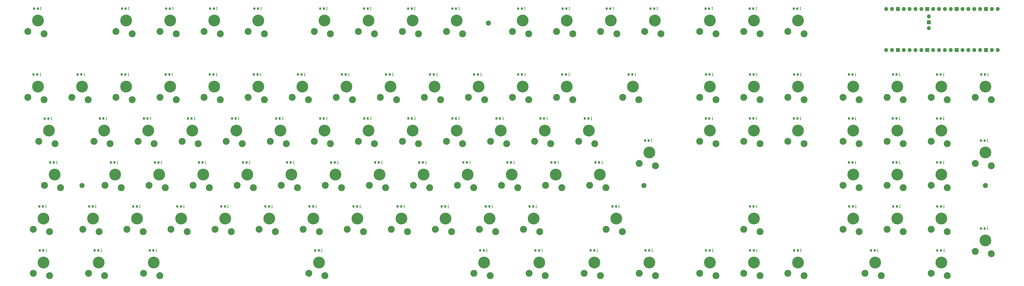
<source format=gbr>
%TF.GenerationSoftware,KiCad,Pcbnew,8.0.8*%
%TF.CreationDate,2025-04-08T21:15:21+02:00*%
%TF.ProjectId,TP-Board-iso105,54502d42-6f61-4726-942d-69736f313035,rev?*%
%TF.SameCoordinates,Original*%
%TF.FileFunction,Soldermask,Top*%
%TF.FilePolarity,Negative*%
%FSLAX46Y46*%
G04 Gerber Fmt 4.6, Leading zero omitted, Abs format (unit mm)*
G04 Created by KiCad (PCBNEW 8.0.8) date 2025-04-08 21:15:21*
%MOMM*%
%LPD*%
G01*
G04 APERTURE LIST*
G04 Aperture macros list*
%AMRoundRect*
0 Rectangle with rounded corners*
0 $1 Rounding radius*
0 $2 $3 $4 $5 $6 $7 $8 $9 X,Y pos of 4 corners*
0 Add a 4 corners polygon primitive as box body*
4,1,4,$2,$3,$4,$5,$6,$7,$8,$9,$2,$3,0*
0 Add four circle primitives for the rounded corners*
1,1,$1+$1,$2,$3*
1,1,$1+$1,$4,$5*
1,1,$1+$1,$6,$7*
1,1,$1+$1,$8,$9*
0 Add four rect primitives between the rounded corners*
20,1,$1+$1,$2,$3,$4,$5,0*
20,1,$1+$1,$4,$5,$6,$7,0*
20,1,$1+$1,$6,$7,$8,$9,0*
20,1,$1+$1,$8,$9,$2,$3,0*%
G04 Aperture macros list end*
%ADD10RoundRect,0.218750X-0.218750X-0.256250X0.218750X-0.256250X0.218750X0.256250X-0.218750X0.256250X0*%
%ADD11C,3.000000*%
%ADD12C,5.100000*%
%ADD13RoundRect,0.100000X0.100000X-0.217500X0.100000X0.217500X-0.100000X0.217500X-0.100000X-0.217500X0*%
%ADD14C,2.200000*%
%ADD15O,1.700000X1.700000*%
%ADD16R,1.700000X1.700000*%
G04 APERTURE END LIST*
D10*
%TO.C,LED87*%
X286412500Y-118650000D03*
X287987500Y-118650000D03*
%TD*%
D11*
%TO.C,SW26*%
X205150000Y-71375000D03*
D12*
X209550000Y-66675000D03*
D11*
X212150000Y-72425000D03*
%TD*%
D13*
%TO.C,R66*%
X186750000Y-100007500D03*
X186750000Y-99192500D03*
%TD*%
D10*
%TO.C,LED93*%
X38812500Y-137700000D03*
X40387500Y-137700000D03*
%TD*%
D13*
%TO.C,R48*%
X239162500Y-80957500D03*
X239162500Y-80142500D03*
%TD*%
D10*
%TO.C,LED19*%
X74275000Y-61500000D03*
X75850000Y-61500000D03*
%TD*%
D13*
%TO.C,R56*%
X429650000Y-80957500D03*
X429650000Y-80142500D03*
%TD*%
%TO.C,R58*%
X448650000Y-90507500D03*
X448650000Y-89692500D03*
%TD*%
D10*
%TO.C,LED10*%
X245712500Y-32900000D03*
X247287500Y-32900000D03*
%TD*%
D13*
%TO.C,R54*%
X391600000Y-80957500D03*
X391600000Y-80142500D03*
%TD*%
%TO.C,R97*%
X232162500Y-138107500D03*
X232162500Y-137292500D03*
%TD*%
%TO.C,R89*%
X391662500Y-119057500D03*
X391662500Y-118242500D03*
%TD*%
D11*
%TO.C,SW71*%
X276587500Y-109475000D03*
D12*
X280987500Y-104775000D03*
D11*
X283587500Y-110525000D03*
%TD*%
D13*
%TO.C,R91*%
X429762500Y-119057500D03*
X429762500Y-118242500D03*
%TD*%
D10*
%TO.C,LED103*%
X365012500Y-137700000D03*
X366587500Y-137700000D03*
%TD*%
D11*
%TO.C,SW67*%
X200387500Y-109475000D03*
D12*
X204787500Y-104775000D03*
D11*
X207387500Y-110525000D03*
%TD*%
D13*
%TO.C,R7*%
X181962500Y-33307500D03*
X181962500Y-32492500D03*
%TD*%
%TO.C,R82*%
X177400000Y-119057500D03*
X177400000Y-118242500D03*
%TD*%
D10*
%TO.C,LED24*%
X169525000Y-61500000D03*
X171100000Y-61500000D03*
%TD*%
%TO.C,LED32*%
X345912500Y-61500000D03*
X347487500Y-61500000D03*
%TD*%
D11*
%TO.C,SW42*%
X119425000Y-90425000D03*
D12*
X123825000Y-85725000D03*
D11*
X126425000Y-91475000D03*
%TD*%
D10*
%TO.C,LED66*%
X183862500Y-99600000D03*
X185437500Y-99600000D03*
%TD*%
D11*
%TO.C,SW66*%
X181337500Y-109475000D03*
D12*
X185737500Y-104775000D03*
D11*
X188337500Y-110525000D03*
%TD*%
D13*
%TO.C,R68*%
X224850000Y-100007500D03*
X224850000Y-99192500D03*
%TD*%
%TO.C,R50*%
X277387500Y-80957500D03*
X277387500Y-80142500D03*
%TD*%
D11*
%TO.C,SW21*%
X109900000Y-71375000D03*
D12*
X114300000Y-66675000D03*
D11*
X116900000Y-72425000D03*
%TD*%
D10*
%TO.C,LED59*%
X43312500Y-99600000D03*
X44887500Y-99600000D03*
%TD*%
D13*
%TO.C,R38*%
X43850000Y-81007500D03*
X43850000Y-80192500D03*
%TD*%
%TO.C,R39*%
X67712500Y-80957500D03*
X67712500Y-80142500D03*
%TD*%
%TO.C,R1*%
X39275000Y-33307500D03*
X39275000Y-32492500D03*
%TD*%
D11*
%TO.C,SW16*%
X362312500Y-42800000D03*
D12*
X366712500Y-38100000D03*
D11*
X369312500Y-43850000D03*
%TD*%
D13*
%TO.C,R10*%
X248600000Y-33307500D03*
X248600000Y-32492500D03*
%TD*%
D10*
%TO.C,LED56*%
X426762500Y-80550000D03*
X428337500Y-80550000D03*
%TD*%
D13*
%TO.C,R64*%
X148650000Y-100007500D03*
X148650000Y-99192500D03*
%TD*%
D10*
%TO.C,LED82*%
X174512500Y-118650000D03*
X176087500Y-118650000D03*
%TD*%
D11*
%TO.C,SW76*%
X57512500Y-128525000D03*
D12*
X61912500Y-123825000D03*
D11*
X64512500Y-129575000D03*
%TD*%
D10*
%TO.C,LED45*%
X179125000Y-80550000D03*
X180700000Y-80550000D03*
%TD*%
%TO.C,LED8*%
X198112500Y-32900000D03*
X199687500Y-32900000D03*
%TD*%
D13*
%TO.C,R19*%
X77162500Y-61907500D03*
X77162500Y-61092500D03*
%TD*%
D11*
%TO.C,SW58*%
X443275000Y-99950000D03*
D12*
X447675000Y-95250000D03*
D11*
X450275000Y-101000000D03*
%TD*%
D13*
%TO.C,R70*%
X262950000Y-100007500D03*
X262950000Y-99192500D03*
%TD*%
D11*
%TO.C,SW88*%
X343262500Y-128525000D03*
D12*
X347662500Y-123825000D03*
D11*
X350262500Y-129575000D03*
%TD*%
D10*
%TO.C,LED76*%
X60162500Y-118650000D03*
X61737500Y-118650000D03*
%TD*%
D13*
%TO.C,R100*%
X303600000Y-138107500D03*
X303600000Y-137292500D03*
%TD*%
D11*
%TO.C,SW50*%
X271825000Y-90425000D03*
D12*
X276225000Y-85725000D03*
D11*
X278825000Y-91475000D03*
%TD*%
%TO.C,SW87*%
X283731250Y-128525000D03*
D12*
X288131250Y-123825000D03*
D11*
X290731250Y-129575000D03*
%TD*%
D13*
%TO.C,R76*%
X63050000Y-119057500D03*
X63050000Y-118242500D03*
%TD*%
%TO.C,R29*%
X267662500Y-61907500D03*
X267662500Y-61092500D03*
%TD*%
D11*
%TO.C,SW57*%
X424225000Y-90425000D03*
D12*
X428625000Y-85725000D03*
D11*
X431225000Y-91475000D03*
%TD*%
D10*
%TO.C,LED72*%
X388662500Y-99600000D03*
X390237500Y-99600000D03*
%TD*%
%TO.C,LED41*%
X102925000Y-80550000D03*
X104500000Y-80550000D03*
%TD*%
D11*
%TO.C,SW34*%
X386125000Y-71375000D03*
D12*
X390525000Y-66675000D03*
D11*
X393125000Y-72425000D03*
%TD*%
D10*
%TO.C,LED73*%
X407712500Y-99600000D03*
X409287500Y-99600000D03*
%TD*%
D11*
%TO.C,SW14*%
X324212500Y-42800000D03*
D12*
X328612500Y-38100000D03*
D11*
X331212500Y-43850000D03*
%TD*%
D10*
%TO.C,LED102*%
X345962500Y-137700000D03*
X347537500Y-137700000D03*
%TD*%
D13*
%TO.C,R27*%
X229562500Y-61907500D03*
X229562500Y-61092500D03*
%TD*%
D10*
%TO.C,LED53*%
X364862500Y-80550000D03*
X366437500Y-80550000D03*
%TD*%
D13*
%TO.C,R40*%
X86762500Y-80957500D03*
X86762500Y-80142500D03*
%TD*%
%TO.C,R81*%
X158350000Y-119057500D03*
X158350000Y-118242500D03*
%TD*%
%TO.C,R96*%
X160800000Y-138107500D03*
X160800000Y-137292500D03*
%TD*%
D10*
%TO.C,LED70*%
X260062500Y-99600000D03*
X261637500Y-99600000D03*
%TD*%
%TO.C,LED36*%
X426775000Y-61500000D03*
X428350000Y-61500000D03*
%TD*%
D13*
%TO.C,R80*%
X139300000Y-119057500D03*
X139300000Y-118242500D03*
%TD*%
D11*
%TO.C,SW22*%
X128950000Y-71375000D03*
D12*
X133350000Y-66675000D03*
D11*
X135950000Y-72425000D03*
%TD*%
D10*
%TO.C,LED25*%
X188575000Y-61500000D03*
X190150000Y-61500000D03*
%TD*%
%TO.C,LED9*%
X217212500Y-32900000D03*
X218787500Y-32900000D03*
%TD*%
%TO.C,LED79*%
X117362500Y-118650000D03*
X118937500Y-118650000D03*
%TD*%
D13*
%TO.C,R88*%
X348800000Y-119057500D03*
X348800000Y-118242500D03*
%TD*%
D11*
%TO.C,SW11*%
X262300000Y-42800000D03*
D12*
X266700000Y-38100000D03*
D11*
X269300000Y-43850000D03*
%TD*%
D13*
%TO.C,R42*%
X124862500Y-80957500D03*
X124862500Y-80142500D03*
%TD*%
D10*
%TO.C,LED104*%
X398275000Y-137700000D03*
X399850000Y-137700000D03*
%TD*%
D11*
%TO.C,SW12*%
X281350000Y-42800000D03*
D12*
X285750000Y-38100000D03*
D11*
X288350000Y-43850000D03*
%TD*%
D13*
%TO.C,R23*%
X153362500Y-61907500D03*
X153362500Y-61092500D03*
%TD*%
%TO.C,R65*%
X167700000Y-100007500D03*
X167700000Y-99192500D03*
%TD*%
D10*
%TO.C,LED85*%
X231662500Y-118650000D03*
X233237500Y-118650000D03*
%TD*%
D13*
%TO.C,R15*%
X348612500Y-33307500D03*
X348612500Y-32492500D03*
%TD*%
D11*
%TO.C,SW94*%
X59893750Y-147575000D03*
D12*
X64293750Y-142875000D03*
D11*
X66893750Y-148625000D03*
%TD*%
D13*
%TO.C,R102*%
X348850000Y-138107500D03*
X348850000Y-137292500D03*
%TD*%
%TO.C,R47*%
X220112500Y-80957500D03*
X220112500Y-80142500D03*
%TD*%
D11*
%TO.C,SW55*%
X386125000Y-90425000D03*
D12*
X390525000Y-85725000D03*
D11*
X393125000Y-91475000D03*
%TD*%
%TO.C,SW83*%
X190862500Y-128525000D03*
D12*
X195262500Y-123825000D03*
D11*
X197862500Y-129575000D03*
%TD*%
%TO.C,SW5*%
X128950000Y-42800000D03*
D12*
X133350000Y-38100000D03*
D11*
X135950000Y-43850000D03*
%TD*%
D10*
%TO.C,LED95*%
X86412500Y-137700000D03*
X87987500Y-137700000D03*
%TD*%
D13*
%TO.C,R59*%
X46200000Y-100007500D03*
X46200000Y-99192500D03*
%TD*%
D10*
%TO.C,LED6*%
X160112500Y-32900000D03*
X161687500Y-32900000D03*
%TD*%
D11*
%TO.C,SW73*%
X405175000Y-109475000D03*
D12*
X409575000Y-104775000D03*
D11*
X412175000Y-110525000D03*
%TD*%
D10*
%TO.C,LED7*%
X179075000Y-32900000D03*
X180650000Y-32900000D03*
%TD*%
D11*
%TO.C,SW8*%
X195625000Y-42800000D03*
D12*
X200025000Y-38100000D03*
D11*
X202625000Y-43850000D03*
%TD*%
D13*
%TO.C,R98*%
X256050000Y-138107500D03*
X256050000Y-137292500D03*
%TD*%
D11*
%TO.C,SW86*%
X248012500Y-128525000D03*
D12*
X252412500Y-123825000D03*
D11*
X255012500Y-129575000D03*
%TD*%
%TO.C,SW45*%
X176575000Y-90425000D03*
D12*
X180975000Y-85725000D03*
D11*
X183575000Y-91475000D03*
%TD*%
D10*
%TO.C,LED26*%
X207625000Y-61500000D03*
X209200000Y-61500000D03*
%TD*%
D13*
%TO.C,R17*%
X39062500Y-61907500D03*
X39062500Y-61092500D03*
%TD*%
%TO.C,R24*%
X172412500Y-61907500D03*
X172412500Y-61092500D03*
%TD*%
%TO.C,R3*%
X96412500Y-33307500D03*
X96412500Y-32492500D03*
%TD*%
%TO.C,R8*%
X201000000Y-33307500D03*
X201000000Y-32492500D03*
%TD*%
%TO.C,R79*%
X120250000Y-119057500D03*
X120250000Y-118242500D03*
%TD*%
D11*
%TO.C,SW91*%
X424225000Y-128525000D03*
D12*
X428625000Y-123825000D03*
D11*
X431225000Y-129575000D03*
%TD*%
%TO.C,SW90*%
X405175000Y-128525000D03*
D12*
X409575000Y-123825000D03*
D11*
X412175000Y-129575000D03*
%TD*%
%TO.C,SW92*%
X443275000Y-138050000D03*
D12*
X447675000Y-133350000D03*
D11*
X450275000Y-139100000D03*
%TD*%
D13*
%TO.C,R101*%
X329800000Y-138107500D03*
X329800000Y-137292500D03*
%TD*%
D11*
%TO.C,SW98*%
X250393750Y-147575000D03*
D12*
X254793750Y-142875000D03*
D11*
X257393750Y-148625000D03*
%TD*%
D13*
%TO.C,R11*%
X267800000Y-33307500D03*
X267800000Y-32492500D03*
%TD*%
%TO.C,R37*%
X448800000Y-61907500D03*
X448800000Y-61092500D03*
%TD*%
D10*
%TO.C,LED37*%
X445912500Y-61500000D03*
X447487500Y-61500000D03*
%TD*%
D14*
%TO.C,H2*%
X300037500Y-109537500D03*
%TD*%
D11*
%TO.C,SW37*%
X443275000Y-71375000D03*
D12*
X447675000Y-66675000D03*
D11*
X450275000Y-72425000D03*
%TD*%
D13*
%TO.C,R31*%
X329750000Y-61907500D03*
X329750000Y-61092500D03*
%TD*%
D11*
%TO.C,SW62*%
X105137500Y-109475000D03*
D12*
X109537500Y-104775000D03*
D11*
X112137500Y-110525000D03*
%TD*%
D10*
%TO.C,LED27*%
X226675000Y-61500000D03*
X228250000Y-61500000D03*
%TD*%
D11*
%TO.C,SW7*%
X176575000Y-42800000D03*
D12*
X180975000Y-38100000D03*
D11*
X183575000Y-43850000D03*
%TD*%
D10*
%TO.C,LED88*%
X345912500Y-118650000D03*
X347487500Y-118650000D03*
%TD*%
D13*
%TO.C,R51*%
X329650000Y-80957500D03*
X329650000Y-80142500D03*
%TD*%
D10*
%TO.C,LED3*%
X93525000Y-32900000D03*
X95100000Y-32900000D03*
%TD*%
D11*
%TO.C,SW3*%
X90850000Y-42800000D03*
D12*
X95250000Y-38100000D03*
D11*
X97850000Y-43850000D03*
%TD*%
D13*
%TO.C,R71*%
X282000000Y-100007500D03*
X282000000Y-99192500D03*
%TD*%
D10*
%TO.C,LED58*%
X445762500Y-90100000D03*
X447337500Y-90100000D03*
%TD*%
D11*
%TO.C,SW65*%
X162287500Y-109475000D03*
D12*
X166687500Y-104775000D03*
D11*
X169287500Y-110525000D03*
%TD*%
%TO.C,SW46*%
X195625000Y-90425000D03*
D12*
X200025000Y-85725000D03*
D11*
X202625000Y-91475000D03*
%TD*%
%TO.C,SW49*%
X252775000Y-90425000D03*
D12*
X257175000Y-85725000D03*
D11*
X259775000Y-91475000D03*
%TD*%
%TO.C,SW33*%
X362312500Y-71375000D03*
D12*
X366712500Y-66675000D03*
D11*
X369312500Y-72425000D03*
%TD*%
D10*
%TO.C,LED17*%
X36175000Y-61500000D03*
X37750000Y-61500000D03*
%TD*%
D13*
%TO.C,R45*%
X182012500Y-80957500D03*
X182012500Y-80142500D03*
%TD*%
%TO.C,R83*%
X196450000Y-119057500D03*
X196450000Y-118242500D03*
%TD*%
D10*
%TO.C,LED21*%
X112375000Y-61500000D03*
X113950000Y-61500000D03*
%TD*%
D11*
%TO.C,SW103*%
X362312500Y-147575000D03*
D12*
X366712500Y-142875000D03*
D11*
X369312500Y-148625000D03*
%TD*%
D10*
%TO.C,LED90*%
X407825000Y-118650000D03*
X409400000Y-118650000D03*
%TD*%
%TO.C,LED38*%
X40962500Y-80600000D03*
X42537500Y-80600000D03*
%TD*%
D13*
%TO.C,R5*%
X134512500Y-33307500D03*
X134512500Y-32492500D03*
%TD*%
D10*
%TO.C,LED81*%
X155462500Y-118650000D03*
X157037500Y-118650000D03*
%TD*%
D13*
%TO.C,R87*%
X289300000Y-119057500D03*
X289300000Y-118242500D03*
%TD*%
D11*
%TO.C,SW63*%
X124187500Y-109475000D03*
D12*
X128587500Y-104775000D03*
D11*
X131187500Y-110525000D03*
%TD*%
D13*
%TO.C,R86*%
X253500000Y-119057500D03*
X253500000Y-118242500D03*
%TD*%
D11*
%TO.C,SW43*%
X138475000Y-90425000D03*
D12*
X142875000Y-85725000D03*
D11*
X145475000Y-91475000D03*
%TD*%
D13*
%TO.C,R20*%
X96212500Y-61907500D03*
X96212500Y-61092500D03*
%TD*%
%TO.C,R69*%
X243900000Y-100007500D03*
X243900000Y-99192500D03*
%TD*%
%TO.C,R55*%
X410550000Y-80957500D03*
X410550000Y-80142500D03*
%TD*%
%TO.C,R32*%
X348800000Y-61907500D03*
X348800000Y-61092500D03*
%TD*%
D10*
%TO.C,LED31*%
X326862500Y-61500000D03*
X328437500Y-61500000D03*
%TD*%
%TO.C,LED67*%
X202912500Y-99600000D03*
X204487500Y-99600000D03*
%TD*%
D11*
%TO.C,SW53*%
X343262500Y-90425000D03*
D12*
X347662500Y-85725000D03*
D11*
X350262500Y-91475000D03*
%TD*%
D13*
%TO.C,R94*%
X65450000Y-138107500D03*
X65450000Y-137292500D03*
%TD*%
D11*
%TO.C,SW61*%
X86087500Y-109475000D03*
D12*
X90487500Y-104775000D03*
D11*
X93087500Y-110525000D03*
%TD*%
D13*
%TO.C,R25*%
X191462500Y-61907500D03*
X191462500Y-61092500D03*
%TD*%
%TO.C,R85*%
X234550000Y-119057500D03*
X234550000Y-118242500D03*
%TD*%
D10*
%TO.C,LED33*%
X364962500Y-61500000D03*
X366537500Y-61500000D03*
%TD*%
D13*
%TO.C,R22*%
X134312500Y-61907500D03*
X134312500Y-61092500D03*
%TD*%
D10*
%TO.C,LED47*%
X217225000Y-80550000D03*
X218800000Y-80550000D03*
%TD*%
%TO.C,LED30*%
X293475000Y-61500000D03*
X295050000Y-61500000D03*
%TD*%
D11*
%TO.C,SW36*%
X424225000Y-71375000D03*
D12*
X428625000Y-66675000D03*
D11*
X431225000Y-72425000D03*
%TD*%
%TO.C,SW35*%
X405175000Y-71375000D03*
D12*
X409575000Y-66675000D03*
D11*
X412175000Y-72425000D03*
%TD*%
%TO.C,SW25*%
X186100000Y-71375000D03*
D12*
X190500000Y-66675000D03*
D11*
X193100000Y-72425000D03*
%TD*%
D13*
%TO.C,R36*%
X429662500Y-61907500D03*
X429662500Y-61092500D03*
%TD*%
D10*
%TO.C,LED91*%
X426875000Y-118650000D03*
X428450000Y-118650000D03*
%TD*%
D11*
%TO.C,SW97*%
X226581250Y-147575000D03*
D12*
X230981250Y-142875000D03*
D11*
X233581250Y-148625000D03*
%TD*%
D10*
%TO.C,LED99*%
X277012500Y-137700000D03*
X278587500Y-137700000D03*
%TD*%
%TO.C,LED68*%
X221962500Y-99600000D03*
X223537500Y-99600000D03*
%TD*%
D13*
%TO.C,R2*%
X77275000Y-33307500D03*
X77275000Y-32492500D03*
%TD*%
%TO.C,R13*%
X305800000Y-33307500D03*
X305800000Y-32492500D03*
%TD*%
D11*
%TO.C,SW93*%
X36081250Y-147575000D03*
D12*
X40481250Y-142875000D03*
D11*
X43081250Y-148625000D03*
%TD*%
D13*
%TO.C,R90*%
X410712500Y-119057500D03*
X410712500Y-118242500D03*
%TD*%
D10*
%TO.C,LED83*%
X193562500Y-118650000D03*
X195137500Y-118650000D03*
%TD*%
%TO.C,LED18*%
X55225000Y-61500000D03*
X56800000Y-61500000D03*
%TD*%
%TO.C,LED44*%
X160075000Y-80550000D03*
X161650000Y-80550000D03*
%TD*%
D11*
%TO.C,SW39*%
X62275000Y-90425000D03*
D12*
X66675000Y-85725000D03*
D11*
X69275000Y-91475000D03*
%TD*%
%TO.C,SW31*%
X324212500Y-71375000D03*
D12*
X328612500Y-66675000D03*
D11*
X331212500Y-72425000D03*
%TD*%
D10*
%TO.C,LED75*%
X38662500Y-118650000D03*
X40237500Y-118650000D03*
%TD*%
D11*
%TO.C,SW47*%
X214675000Y-90425000D03*
D12*
X219075000Y-85725000D03*
D11*
X221675000Y-91475000D03*
%TD*%
%TO.C,SW60*%
X67037500Y-109475000D03*
D12*
X71437500Y-104775000D03*
D11*
X74037500Y-110525000D03*
%TD*%
D10*
%TO.C,LED20*%
X93325000Y-61500000D03*
X94900000Y-61500000D03*
%TD*%
D11*
%TO.C,SW29*%
X262300000Y-71375000D03*
D12*
X266700000Y-66675000D03*
D11*
X269300000Y-72425000D03*
%TD*%
%TO.C,SW6*%
X157525000Y-42800000D03*
D12*
X161925000Y-38100000D03*
D11*
X164525000Y-43850000D03*
%TD*%
%TO.C,SW13*%
X300400000Y-42800000D03*
D12*
X304800000Y-38100000D03*
D11*
X307400000Y-43850000D03*
%TD*%
D10*
%TO.C,LED16*%
X364775000Y-32900000D03*
X366350000Y-32900000D03*
%TD*%
D13*
%TO.C,R95*%
X89300000Y-138107500D03*
X89300000Y-137292500D03*
%TD*%
D11*
%TO.C,SW17*%
X33700000Y-71375000D03*
D12*
X38100000Y-66675000D03*
D11*
X40700000Y-72425000D03*
%TD*%
D13*
%TO.C,R9*%
X220100000Y-33307500D03*
X220100000Y-32492500D03*
%TD*%
D10*
%TO.C,LED86*%
X250612500Y-118650000D03*
X252187500Y-118650000D03*
%TD*%
%TO.C,LED1*%
X36387500Y-32900000D03*
X37962500Y-32900000D03*
%TD*%
D11*
%TO.C,SW105*%
X424225000Y-147575000D03*
D12*
X428625000Y-142875000D03*
D11*
X431225000Y-148625000D03*
%TD*%
D10*
%TO.C,LED64*%
X145762500Y-99600000D03*
X147337500Y-99600000D03*
%TD*%
D13*
%TO.C,R84*%
X215500000Y-119057500D03*
X215500000Y-118242500D03*
%TD*%
D11*
%TO.C,SW18*%
X52750000Y-71375000D03*
D12*
X57150000Y-66675000D03*
D11*
X59750000Y-72425000D03*
%TD*%
D13*
%TO.C,R61*%
X91500000Y-100007500D03*
X91500000Y-99192500D03*
%TD*%
%TO.C,R92*%
X448650000Y-128557500D03*
X448650000Y-127742500D03*
%TD*%
%TO.C,R33*%
X367850000Y-61907500D03*
X367850000Y-61092500D03*
%TD*%
%TO.C,R62*%
X110550000Y-100007500D03*
X110550000Y-99192500D03*
%TD*%
D11*
%TO.C,SW54*%
X362312500Y-90425000D03*
D12*
X366712500Y-85725000D03*
D11*
X369312500Y-91475000D03*
%TD*%
D13*
%TO.C,R6*%
X163000000Y-33307500D03*
X163000000Y-32492500D03*
%TD*%
D11*
%TO.C,SW69*%
X238487500Y-109475000D03*
D12*
X242887500Y-104775000D03*
D11*
X245487500Y-110525000D03*
%TD*%
D10*
%TO.C,LED40*%
X83875000Y-80550000D03*
X85450000Y-80550000D03*
%TD*%
%TO.C,LED69*%
X241012500Y-99600000D03*
X242587500Y-99600000D03*
%TD*%
D11*
%TO.C,SW79*%
X114662500Y-128525000D03*
D12*
X119062500Y-123825000D03*
D11*
X121662500Y-129575000D03*
%TD*%
D13*
%TO.C,R60*%
X72450000Y-100007500D03*
X72450000Y-99192500D03*
%TD*%
D11*
%TO.C,SW74*%
X424225000Y-109475000D03*
D12*
X428625000Y-104775000D03*
D11*
X431225000Y-110525000D03*
%TD*%
D13*
%TO.C,R57*%
X303412500Y-90457500D03*
X303412500Y-89642500D03*
%TD*%
%TO.C,R21*%
X115262500Y-61907500D03*
X115262500Y-61092500D03*
%TD*%
D11*
%TO.C,SW75*%
X36081250Y-128525000D03*
D12*
X40481250Y-123825000D03*
D11*
X43081250Y-129575000D03*
%TD*%
%TO.C,SW51*%
X298018750Y-99950000D03*
D12*
X302418750Y-95250000D03*
D11*
X305018750Y-101000000D03*
%TD*%
D10*
%TO.C,LED5*%
X131625000Y-32900000D03*
X133200000Y-32900000D03*
%TD*%
%TO.C,LED96*%
X157912500Y-137700000D03*
X159487500Y-137700000D03*
%TD*%
D11*
%TO.C,SW20*%
X90850000Y-71375000D03*
D12*
X95250000Y-66675000D03*
D11*
X97850000Y-72425000D03*
%TD*%
D13*
%TO.C,R34*%
X391562500Y-61907500D03*
X391562500Y-61092500D03*
%TD*%
%TO.C,R74*%
X429650000Y-100007500D03*
X429650000Y-99192500D03*
%TD*%
D10*
%TO.C,LED39*%
X64825000Y-80550000D03*
X66400000Y-80550000D03*
%TD*%
D11*
%TO.C,SW64*%
X143237500Y-109475000D03*
D12*
X147637500Y-104775000D03*
D11*
X150237500Y-110525000D03*
%TD*%
%TO.C,SW38*%
X38462500Y-90425000D03*
D12*
X42862500Y-85725000D03*
D11*
X45462500Y-91475000D03*
%TD*%
D13*
%TO.C,R72*%
X391550000Y-100007500D03*
X391550000Y-99192500D03*
%TD*%
D10*
%TO.C,LED55*%
X407662500Y-80550000D03*
X409237500Y-80550000D03*
%TD*%
D11*
%TO.C,SW24*%
X167050000Y-71375000D03*
D12*
X171450000Y-66675000D03*
D11*
X174050000Y-72425000D03*
%TD*%
D13*
%TO.C,R73*%
X410600000Y-100007500D03*
X410600000Y-99192500D03*
%TD*%
D14*
%TO.C,H1*%
X57150000Y-109537500D03*
%TD*%
D10*
%TO.C,LED61*%
X88612500Y-99600000D03*
X90187500Y-99600000D03*
%TD*%
%TO.C,LED84*%
X212612500Y-118650000D03*
X214187500Y-118650000D03*
%TD*%
%TO.C,LED28*%
X245725000Y-61500000D03*
X247300000Y-61500000D03*
%TD*%
D13*
%TO.C,R30*%
X296362500Y-61907500D03*
X296362500Y-61092500D03*
%TD*%
D10*
%TO.C,LED4*%
X112525000Y-32900000D03*
X114100000Y-32900000D03*
%TD*%
D14*
%TO.C,H3*%
X447675000Y-109537500D03*
%TD*%
D10*
%TO.C,LED63*%
X126712500Y-99600000D03*
X128287500Y-99600000D03*
%TD*%
D13*
%TO.C,R46*%
X201062500Y-80957500D03*
X201062500Y-80142500D03*
%TD*%
D10*
%TO.C,LED50*%
X274500000Y-80550000D03*
X276075000Y-80550000D03*
%TD*%
D11*
%TO.C,SW89*%
X386125000Y-128525000D03*
D12*
X390525000Y-123825000D03*
D11*
X393125000Y-129575000D03*
%TD*%
%TO.C,SW10*%
X243250000Y-42800000D03*
D12*
X247650000Y-38100000D03*
D11*
X250250000Y-43850000D03*
%TD*%
%TO.C,SW84*%
X209912500Y-128525000D03*
D12*
X214312500Y-123825000D03*
D11*
X216912500Y-129575000D03*
%TD*%
D10*
%TO.C,LED13*%
X302912500Y-32900000D03*
X304487500Y-32900000D03*
%TD*%
D13*
%TO.C,R75*%
X41550000Y-119057500D03*
X41550000Y-118242500D03*
%TD*%
D11*
%TO.C,SW28*%
X243250000Y-71375000D03*
D12*
X247650000Y-66675000D03*
D11*
X250250000Y-72425000D03*
%TD*%
%TO.C,SW82*%
X171812500Y-128525000D03*
D12*
X176212500Y-123825000D03*
D11*
X178812500Y-129575000D03*
%TD*%
D13*
%TO.C,R49*%
X258212500Y-80957500D03*
X258212500Y-80142500D03*
%TD*%
D10*
%TO.C,LED35*%
X407725000Y-61500000D03*
X409300000Y-61500000D03*
%TD*%
D11*
%TO.C,SW48*%
X233725000Y-90425000D03*
D12*
X238125000Y-85725000D03*
D11*
X240725000Y-91475000D03*
%TD*%
%TO.C,SW70*%
X257537500Y-109475000D03*
D12*
X261937500Y-104775000D03*
D11*
X264537500Y-110525000D03*
%TD*%
D13*
%TO.C,R41*%
X105812500Y-80957500D03*
X105812500Y-80142500D03*
%TD*%
D11*
%TO.C,SW102*%
X343262500Y-147575000D03*
D12*
X347662500Y-142875000D03*
D11*
X350262500Y-148625000D03*
%TD*%
D13*
%TO.C,R78*%
X101200000Y-119057500D03*
X101200000Y-118242500D03*
%TD*%
D11*
%TO.C,SW44*%
X157525000Y-90425000D03*
D12*
X161925000Y-85725000D03*
D11*
X164525000Y-91475000D03*
%TD*%
D13*
%TO.C,R103*%
X367900000Y-138107500D03*
X367900000Y-137292500D03*
%TD*%
%TO.C,R105*%
X429800000Y-138107500D03*
X429800000Y-137292500D03*
%TD*%
D11*
%TO.C,SW27*%
X224200000Y-71375000D03*
D12*
X228600000Y-66675000D03*
D11*
X231200000Y-72425000D03*
%TD*%
%TO.C,SW95*%
X83706250Y-147575000D03*
D12*
X88106250Y-142875000D03*
D11*
X90706250Y-148625000D03*
%TD*%
D10*
%TO.C,LED15*%
X345725000Y-32900000D03*
X347300000Y-32900000D03*
%TD*%
%TO.C,LED100*%
X300712500Y-137700000D03*
X302287500Y-137700000D03*
%TD*%
%TO.C,LED54*%
X388712500Y-80550000D03*
X390287500Y-80550000D03*
%TD*%
D11*
%TO.C,SW68*%
X219437500Y-109475000D03*
D12*
X223837500Y-104775000D03*
D11*
X226437500Y-110525000D03*
%TD*%
%TO.C,SW104*%
X395650000Y-147575000D03*
D12*
X400050000Y-142875000D03*
D11*
X402650000Y-148625000D03*
%TD*%
D10*
%TO.C,LED80*%
X136412500Y-118650000D03*
X137987500Y-118650000D03*
%TD*%
D11*
%TO.C,SW78*%
X95612500Y-128525000D03*
D12*
X100012500Y-123825000D03*
D11*
X102612500Y-129575000D03*
%TD*%
D13*
%TO.C,R52*%
X348700000Y-80957500D03*
X348700000Y-80142500D03*
%TD*%
D11*
%TO.C,SW23*%
X148000000Y-71375000D03*
D12*
X152400000Y-66675000D03*
D11*
X155000000Y-72425000D03*
%TD*%
D10*
%TO.C,LED74*%
X426762500Y-99600000D03*
X428337500Y-99600000D03*
%TD*%
D13*
%TO.C,R35*%
X410612500Y-61907500D03*
X410612500Y-61092500D03*
%TD*%
D10*
%TO.C,LED71*%
X279112500Y-99600000D03*
X280687500Y-99600000D03*
%TD*%
D11*
%TO.C,SW77*%
X76562500Y-128525000D03*
D12*
X80962500Y-123825000D03*
D11*
X83562500Y-129575000D03*
%TD*%
D10*
%TO.C,LED23*%
X150475000Y-61500000D03*
X152050000Y-61500000D03*
%TD*%
D11*
%TO.C,SW4*%
X109900000Y-42800000D03*
D12*
X114300000Y-38100000D03*
D11*
X116900000Y-43850000D03*
%TD*%
%TO.C,SW96*%
X155143750Y-147575000D03*
D12*
X159543750Y-142875000D03*
D11*
X162143750Y-148625000D03*
%TD*%
D14*
%TO.C,H4*%
X232850000Y-39225000D03*
%TD*%
D10*
%TO.C,LED62*%
X107662500Y-99600000D03*
X109237500Y-99600000D03*
%TD*%
%TO.C,LED22*%
X131425000Y-61500000D03*
X133000000Y-61500000D03*
%TD*%
%TO.C,LED101*%
X326912500Y-137700000D03*
X328487500Y-137700000D03*
%TD*%
%TO.C,LED57*%
X300525000Y-90050000D03*
X302100000Y-90050000D03*
%TD*%
%TO.C,LED60*%
X69562500Y-99600000D03*
X71137500Y-99600000D03*
%TD*%
%TO.C,LED77*%
X79262500Y-118650000D03*
X80837500Y-118650000D03*
%TD*%
D13*
%TO.C,R4*%
X115412500Y-33307500D03*
X115412500Y-32492500D03*
%TD*%
%TO.C,R93*%
X41700000Y-138107500D03*
X41700000Y-137292500D03*
%TD*%
D11*
%TO.C,SW40*%
X81325000Y-90425000D03*
D12*
X85725000Y-85725000D03*
D11*
X88325000Y-91475000D03*
%TD*%
%TO.C,SW9*%
X214675000Y-42800000D03*
D12*
X219075000Y-38100000D03*
D11*
X221675000Y-43850000D03*
%TD*%
D10*
%TO.C,LED2*%
X74387500Y-32900000D03*
X75962500Y-32900000D03*
%TD*%
D13*
%TO.C,R104*%
X401162500Y-138107500D03*
X401162500Y-137292500D03*
%TD*%
D11*
%TO.C,SW56*%
X405175000Y-90425000D03*
D12*
X409575000Y-85725000D03*
D11*
X412175000Y-91475000D03*
%TD*%
%TO.C,SW19*%
X71800000Y-71375000D03*
D12*
X76200000Y-66675000D03*
D11*
X78800000Y-72425000D03*
%TD*%
D10*
%TO.C,LED46*%
X198175000Y-80550000D03*
X199750000Y-80550000D03*
%TD*%
%TO.C,LED89*%
X388775000Y-118650000D03*
X390350000Y-118650000D03*
%TD*%
%TO.C,LED34*%
X388675000Y-61500000D03*
X390250000Y-61500000D03*
%TD*%
D13*
%TO.C,R16*%
X367662500Y-33307500D03*
X367662500Y-32492500D03*
%TD*%
D11*
%TO.C,SW81*%
X152762500Y-128525000D03*
D12*
X157162500Y-123825000D03*
D11*
X159762500Y-129575000D03*
%TD*%
D13*
%TO.C,R44*%
X162962500Y-80957500D03*
X162962500Y-80142500D03*
%TD*%
D11*
%TO.C,SW30*%
X290875000Y-71375000D03*
D12*
X295275000Y-66675000D03*
D11*
X297875000Y-72425000D03*
%TD*%
%TO.C,SW100*%
X298018750Y-147575000D03*
D12*
X302418750Y-142875000D03*
D11*
X305018750Y-148625000D03*
%TD*%
D10*
%TO.C,LED97*%
X229275000Y-137700000D03*
X230850000Y-137700000D03*
%TD*%
%TO.C,LED105*%
X426912500Y-137700000D03*
X428487500Y-137700000D03*
%TD*%
D11*
%TO.C,SW72*%
X386125000Y-109475000D03*
D12*
X390525000Y-104775000D03*
D11*
X393125000Y-110525000D03*
%TD*%
D10*
%TO.C,LED43*%
X141025000Y-80550000D03*
X142600000Y-80550000D03*
%TD*%
D13*
%TO.C,R67*%
X205800000Y-100007500D03*
X205800000Y-99192500D03*
%TD*%
D10*
%TO.C,LED78*%
X98312500Y-118650000D03*
X99887500Y-118650000D03*
%TD*%
D11*
%TO.C,SW80*%
X133712500Y-128525000D03*
D12*
X138112500Y-123825000D03*
D11*
X140712500Y-129575000D03*
%TD*%
D13*
%TO.C,R26*%
X210512500Y-61907500D03*
X210512500Y-61092500D03*
%TD*%
D10*
%TO.C,LED92*%
X445762500Y-128150000D03*
X447337500Y-128150000D03*
%TD*%
D11*
%TO.C,SW101*%
X324212500Y-147575000D03*
D12*
X328612500Y-142875000D03*
D11*
X331212500Y-148625000D03*
%TD*%
D10*
%TO.C,LED51*%
X326762500Y-80550000D03*
X328337500Y-80550000D03*
%TD*%
D11*
%TO.C,SW15*%
X343262500Y-42800000D03*
D12*
X347662500Y-38100000D03*
D11*
X350262500Y-43850000D03*
%TD*%
%TO.C,SW2*%
X71800000Y-42800000D03*
D12*
X76200000Y-38100000D03*
D11*
X78800000Y-43850000D03*
%TD*%
%TO.C,SW59*%
X40843750Y-109475000D03*
D12*
X45243750Y-104775000D03*
D11*
X47843750Y-110525000D03*
%TD*%
D13*
%TO.C,R12*%
X286800000Y-33307500D03*
X286800000Y-32492500D03*
%TD*%
D10*
%TO.C,LED52*%
X345812500Y-80550000D03*
X347387500Y-80550000D03*
%TD*%
D13*
%TO.C,R99*%
X279900000Y-138107500D03*
X279900000Y-137292500D03*
%TD*%
%TO.C,R28*%
X248612500Y-61907500D03*
X248612500Y-61092500D03*
%TD*%
D11*
%TO.C,SW1*%
X33700000Y-42800000D03*
D12*
X38100000Y-38100000D03*
D11*
X40700000Y-43850000D03*
%TD*%
D13*
%TO.C,R77*%
X82150000Y-119057500D03*
X82150000Y-118242500D03*
%TD*%
D10*
%TO.C,LED94*%
X62562500Y-137700000D03*
X64137500Y-137700000D03*
%TD*%
%TO.C,LED65*%
X164812500Y-99600000D03*
X166387500Y-99600000D03*
%TD*%
%TO.C,LED29*%
X264775000Y-61500000D03*
X266350000Y-61500000D03*
%TD*%
%TO.C,LED14*%
X326675000Y-32900000D03*
X328250000Y-32900000D03*
%TD*%
%TO.C,LED98*%
X253162500Y-137700000D03*
X254737500Y-137700000D03*
%TD*%
D11*
%TO.C,SW99*%
X274206250Y-147575000D03*
D12*
X278606250Y-142875000D03*
D11*
X281206250Y-148625000D03*
%TD*%
%TO.C,SW41*%
X100375000Y-90425000D03*
D12*
X104775000Y-85725000D03*
D11*
X107375000Y-91475000D03*
%TD*%
D13*
%TO.C,R43*%
X143912500Y-80957500D03*
X143912500Y-80142500D03*
%TD*%
D10*
%TO.C,LED42*%
X121975000Y-80550000D03*
X123550000Y-80550000D03*
%TD*%
%TO.C,LED11*%
X264912500Y-32900000D03*
X266487500Y-32900000D03*
%TD*%
D11*
%TO.C,SW32*%
X343262500Y-71375000D03*
D12*
X347662500Y-66675000D03*
D11*
X350262500Y-72425000D03*
%TD*%
D10*
%TO.C,LED49*%
X255325000Y-80550000D03*
X256900000Y-80550000D03*
%TD*%
D11*
%TO.C,SW85*%
X228962500Y-128525000D03*
D12*
X233362500Y-123825000D03*
D11*
X235962500Y-129575000D03*
%TD*%
D13*
%TO.C,R18*%
X58112500Y-61907500D03*
X58112500Y-61092500D03*
%TD*%
%TO.C,R14*%
X329562500Y-33307500D03*
X329562500Y-32492500D03*
%TD*%
%TO.C,R53*%
X367750000Y-80957500D03*
X367750000Y-80142500D03*
%TD*%
D10*
%TO.C,LED48*%
X236275000Y-80550000D03*
X237850000Y-80550000D03*
%TD*%
%TO.C,LED12*%
X283912500Y-32900000D03*
X285487500Y-32900000D03*
%TD*%
D13*
%TO.C,R63*%
X129600000Y-100007500D03*
X129600000Y-99192500D03*
%TD*%
D11*
%TO.C,SW52*%
X324212500Y-90425000D03*
D12*
X328612500Y-85725000D03*
D11*
X331212500Y-91475000D03*
%TD*%
D15*
%TO.C,U1*%
X453035000Y-50870000D03*
X450495000Y-50870000D03*
D16*
X447955000Y-50870000D03*
D15*
X445415000Y-50870000D03*
X442875000Y-50870000D03*
X440335000Y-50870000D03*
X437795000Y-50870000D03*
D16*
X435255000Y-50870000D03*
D15*
X432715000Y-50870000D03*
X430175000Y-50870000D03*
X427635000Y-50870000D03*
X425095000Y-50870000D03*
D16*
X422555000Y-50870000D03*
D15*
X420015000Y-50870000D03*
X417475000Y-50870000D03*
X414935000Y-50870000D03*
X412395000Y-50870000D03*
D16*
X409855000Y-50870000D03*
D15*
X407315000Y-50870000D03*
X404775000Y-50870000D03*
X404775000Y-33090000D03*
X407315000Y-33090000D03*
D16*
X409855000Y-33090000D03*
D15*
X412395000Y-33090000D03*
X414935000Y-33090000D03*
X417475000Y-33090000D03*
X420015000Y-33090000D03*
D16*
X422555000Y-33090000D03*
D15*
X425095000Y-33090000D03*
X427635000Y-33090000D03*
X430175000Y-33090000D03*
X432715000Y-33090000D03*
D16*
X435255000Y-33090000D03*
D15*
X437795000Y-33090000D03*
X440335000Y-33090000D03*
X442875000Y-33090000D03*
X445415000Y-33090000D03*
D16*
X447955000Y-33090000D03*
D15*
X450495000Y-33090000D03*
X453035000Y-33090000D03*
X423205000Y-41360000D03*
D16*
X423205000Y-38820000D03*
D15*
X423205000Y-36280000D03*
%TD*%
M02*

</source>
